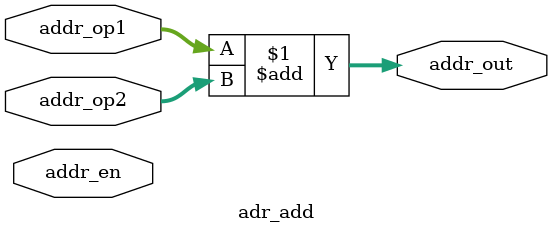
<source format=v>

module adr_add( addr_op1, addr_op2, addr_en, addr_out);
   input  [15:0] addr_op1, addr_op2;
   input         addr_en;
   // output        addr_free;
   output [15:0] addr_out;

   
   assign addr_out = addr_op1 + addr_op2;
   //assign addr_free = ~addr_en;   // don't need this free signal
   
   
endmodule


</source>
